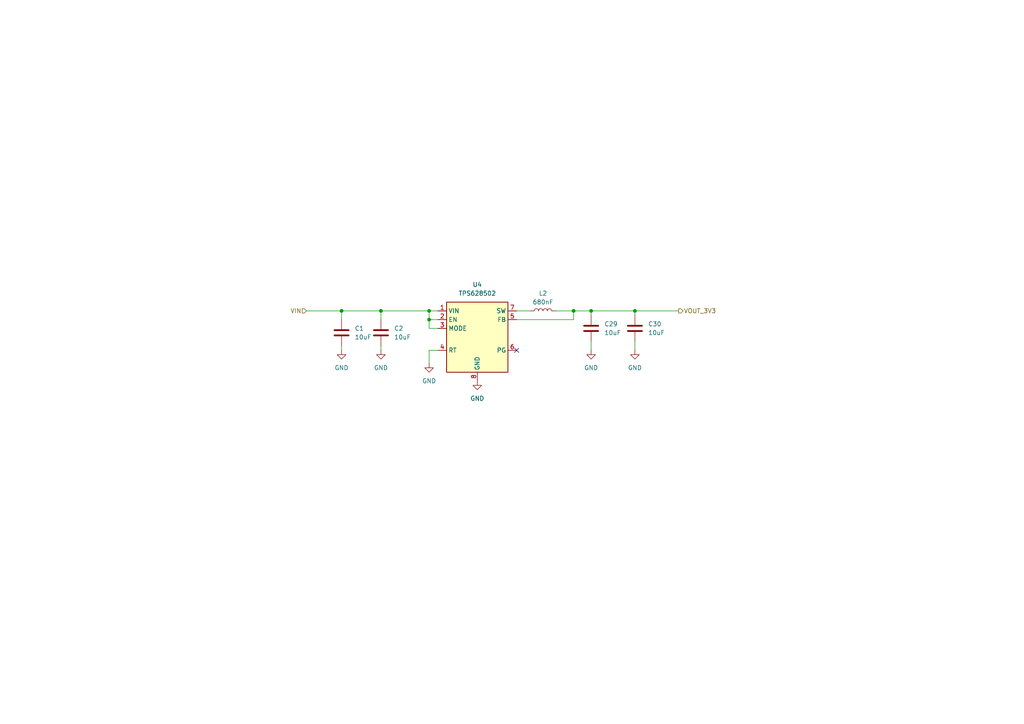
<source format=kicad_sch>
(kicad_sch (version 20250114) (generator "eeschema") (generator_version "9.0")
  (paper "A4")
  (lib_symbols
    (symbol "Device:C" (pin_numbers (hide yes)) (pin_names (offset 0.254))
      (property "Reference" "C" (at 0.635 2.54 0))
      (property "Value" "C" (at 0.635 -2.54 0))
      (symbol "C_0_1"
        (polyline (pts (xy -2.032 0.762) (xy 2.032 0.762)) (stroke (width 0.508)))
        (polyline (pts (xy -2.032 -0.762) (xy 2.032 -0.762)) (stroke (width 0.508)))
      )
      (symbol "C_1_1"
        (pin passive line (at 0 3.81 270) (length 2.794) (name "~") (number "1"))
        (pin passive line (at 0 -3.81 90) (length 2.794) (name "~") (number "2"))
      )
    )
    (symbol "Device:L" (pin_numbers (hide yes)) (pin_names (offset 1.016) (hide yes))
      (property "Reference" "L" (at -1.27 0 90))
      (property "Value" "L" (at 1.905 0 90))
      (symbol "L_0_1"
        (arc (start 0 2.54) (mid 0.6323 1.905) (end 0 1.27))
        (arc (start 0 1.27) (mid 0.6323 0.635) (end 0 0))
        (arc (start 0 0) (mid 0.6323 -0.635) (end 0 -1.27))
        (arc (start 0 -1.27) (mid 0.6323 -1.905) (end 0 -2.54))
      )
      (symbol "L_1_1"
        (pin passive line (at 0 3.81 270) (length 1.27) (name "1") (number "1"))
        (pin passive line (at 0 -3.81 90) (length 1.27) (name "2") (number "2"))
      )
    )
    (symbol "Sadman_passive:TPS628502"
      (property "Reference" "U" (at -0.762 6.35 0))
      (symbol "TPS628502_0_1"
        (rectangle (start -8.89 5.08) (end 8.89 -15.24) (stroke (width 0.254)) (fill (type background)))
      )
      (symbol "TPS628502_1_1"
        (pin power_in line (at -11.43 2.54 0) (length 2.54) (name "VIN") (number "1"))
        (pin input line (at -11.43 0 0) (length 2.54) (name "EN") (number "2"))
        (pin passive line (at -11.43 -2.54 0) (length 2.54) (name "MODE") (number "3"))
        (pin passive line (at -11.43 -8.89 0) (length 2.54) (name "RT") (number "4"))
        (pin power_in line (at 0 -17.78 90) (length 2.54) (name "GND") (number "8"))
        (pin output line (at 11.43 2.54 180) (length 2.54) (name "SW") (number "7"))
        (pin input line (at 11.43 0 180) (length 2.54) (name "FB") (number "5"))
        (pin passive line (at 11.43 -8.89 180) (length 2.54) (name "PG") (number "6"))
      )
    )
    (symbol "power:GND" (power) (pin_numbers (hide yes)) (pin_names (offset 0) (hide yes))
      (property "Value" "GND" (at 0 -3.81 0))
      (symbol "GND_0_1"
        (polyline (pts (xy 0 0) (xy 0 -1.27) (xy 1.27 -1.27) (xy 0 -2.54) (xy -1.27 -1.27) (xy 0 -1.27)))
      )
      (symbol "GND_1_1"
        (pin power_in line (at 0 0 270) (length 0) (name "~") (number "1"))
      )
    )
  )
  (junction (at 166.37 90.17))
  (junction (at 184.15 90.17))
  (junction (at 124.46 92.71))
  (junction (at 171.45 90.17))
  (junction (at 99.06 90.17))
  (junction (at 110.49 90.17))
  (junction (at 124.46 90.17))
  (no_connect (at 149.86 101.6))
  (wire (pts (xy 124.46 90.17) (xy 127 90.17)))
  (wire (pts (xy 124.46 92.71) (xy 124.46 95.25)))
  (wire (pts (xy 171.45 101.6) (xy 171.45 99.06)))
  (wire (pts (xy 161.29 90.17) (xy 166.37 90.17)))
  (wire (pts (xy 110.49 90.17) (xy 124.46 90.17)))
  (wire (pts (xy 124.46 101.6) (xy 124.46 105.41)))
  (wire (pts (xy 99.06 92.71) (xy 99.06 90.17)))
  (wire (pts (xy 124.46 92.71) (xy 127 92.71)))
  (wire (pts (xy 184.15 90.17) (xy 184.15 91.44)))
  (wire (pts (xy 184.15 90.17) (xy 196.85 90.17)))
  (wire (pts (xy 124.46 95.25) (xy 127 95.25)))
  (wire (pts (xy 166.37 90.17) (xy 171.45 90.17)))
  (wire (pts (xy 127 101.6) (xy 124.46 101.6)))
  (wire (pts (xy 149.86 92.71) (xy 166.37 92.71)))
  (wire (pts (xy 110.49 92.71) (xy 110.49 90.17)))
  (wire (pts (xy 171.45 90.17) (xy 171.45 91.44)))
  (wire (pts (xy 171.45 90.17) (xy 184.15 90.17)))
  (wire (pts (xy 99.06 101.6) (xy 99.06 100.33)))
  (wire (pts (xy 88.9 90.17) (xy 99.06 90.17)))
  (wire (pts (xy 124.46 90.17) (xy 124.46 92.71)))
  (wire (pts (xy 184.15 101.6) (xy 184.15 99.06)))
  (wire (pts (xy 166.37 92.71) (xy 166.37 90.17)))
  (wire (pts (xy 149.86 90.17) (xy 153.67 90.17)))
  (wire (pts (xy 110.49 101.6) (xy 110.49 100.33)))
  (wire (pts (xy 99.06 90.17) (xy 110.49 90.17)))
  (hierarchical_label "VIN" (shape input) (at 88.9 90.17 180))
  (hierarchical_label "VOUT_3V3" (shape output) (at 196.85 90.17 0))
  (symbol (lib_id "power:GND") (at 110.49 101.6 0) (unit 1)
    (property "Reference" "#PWR03" (effects (hide yes)))
    (property "Value" "GND" (at 110.49 106.68 0))
    (property "Description" "Power symbol creates a global label with name \"GND\" , ground" (effects (hide yes)))
  )
  (symbol (lib_id "power:GND") (at 138.43 110.49 0) (unit 1)
    (property "Reference" "#PWR05" (effects (hide yes)))
    (property "Value" "GND" (at 138.43 115.57 0))
    (property "Description" "Power symbol creates a global label with name \"GND\" , ground" (effects (hide yes)))
  )
  (symbol (lib_id "Sadman_passive:TPS628502") (at 138.43 92.71 0) (unit 1)
    (property "Reference" "U4" (at 138.43 82.55 0))
    (property "Value" "TPS628502" (at 138.43 85.09 0))
    (property "Footprint" "Package_TO_SOT_SMD:SOT-583-8" (effects (hide yes)))
    (property "Datasheet" "TPS6285021HQDRLRQ1" (effects (hide yes)))
    (property "Description" "IC REG BUCK 3.3V 2A SOT583" (effects (hide yes)))
    (property "Part Number" "TPS6285021HQDRLRQ1" (effects (hide yes)))
    (property "Provider" "Digikey" (effects (hide yes)))
  )
  (symbol (lib_id "Device:C") (at 99.06 96.52 0) (unit 1)
    (property "Reference" "C1" (at 102.87 95.2499 0) (effects (justify left)))
    (property "Value" "10uF" (at 102.87 97.7899 0) (effects (justify left)))
    (property "Footprint" "Capacitor_SMD:C_0603_1608Metric" (effects (hide yes)))
    (property "Description" "Unpolarized capacitor" (effects (hide yes)))
  )
  (symbol (lib_id "Device:C") (at 110.49 96.52 0) (unit 1)
    (property "Reference" "C2" (at 114.3 95.2499 0) (effects (justify left)))
    (property "Value" "10uF" (at 114.3 97.7899 0) (effects (justify left)))
    (property "Footprint" "Capacitor_SMD:C_0603_1608Metric" (effects (hide yes)))
    (property "Description" "Unpolarized capacitor" (effects (hide yes)))
  )
  (symbol (lib_id "power:GND") (at 171.45 101.6 0) (unit 1)
    (property "Reference" "#PWR042" (effects (hide yes)))
    (property "Value" "GND" (at 171.45 106.68 0))
    (property "Description" "Power symbol creates a global label with name \"GND\" , ground" (effects (hide yes)))
  )
  (symbol (lib_id "Device:L") (at 157.48 90.17 90) (unit 1)
    (property "Reference" "L2" (at 157.48 85.09 90))
    (property "Value" "680nF" (at 157.48 87.63 90))
    (property "Footprint" "sadman_power_passive:L_1212_3030Metric" (effects (hide yes)))
    (property "Datasheet" "https://www.coilcraft.com/en-us/files/datasheet/xfl3012" (effects (hide yes)))
    (property "Description" "FIXED IND 680NH 2.1A 40 MOHM SMD" (effects (hide yes)))
    (property "Part Number" "XFL3012-681MEC" (effects (hide yes)))
    (property "Provider" "Digikey" (effects (hide yes)))
  )
  (symbol (lib_id "Device:C") (at 184.15 95.25 0) (unit 1)
    (property "Reference" "C30" (at 187.96 93.9799 0) (effects (justify left)))
    (property "Value" "10uF" (at 187.96 96.5199 0) (effects (justify left)))
    (property "Footprint" "Capacitor_SMD:C_0603_1608Metric" (effects (hide yes)))
    (property "Description" "Unpolarized capacitor" (effects (hide yes)))
  )
  (symbol (lib_id "power:GND") (at 99.06 101.6 0) (unit 1)
    (property "Reference" "#PWR01" (effects (hide yes)))
    (property "Value" "GND" (at 99.06 106.68 0))
    (property "Description" "Power symbol creates a global label with name \"GND\" , ground" (effects (hide yes)))
  )
  (symbol (lib_id "power:GND") (at 184.15 101.6 0) (unit 1)
    (property "Reference" "#PWR060" (effects (hide yes)))
    (property "Value" "GND" (at 184.15 106.68 0))
    (property "Description" "Power symbol creates a global label with name \"GND\" , ground" (effects (hide yes)))
  )
  (symbol (lib_id "power:GND") (at 124.46 105.41 0) (unit 1)
    (property "Reference" "#PWR04" (effects (hide yes)))
    (property "Value" "GND" (at 124.46 110.49 0))
    (property "Description" "Power symbol creates a global label with name \"GND\" , ground" (effects (hide yes)))
  )
  (symbol (lib_id "Device:C") (at 171.45 95.25 0) (unit 1)
    (property "Reference" "C29" (at 175.26 93.9799 0) (effects (justify left)))
    (property "Value" "10uF" (at 175.26 96.5199 0) (effects (justify left)))
    (property "Footprint" "Capacitor_SMD:C_0603_1608Metric" (effects (hide yes)))
    (property "Description" "Unpolarized capacitor" (effects (hide yes)))
  )
)
</source>
